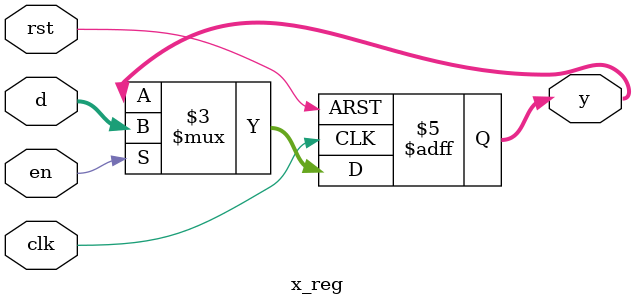
<source format=v>
module x_reg(d, en, clk, rst, y);
  input [31:0]d;
  input en, clk, rst;
  output reg [31:0]y = 32'b0;
  always @(posedge clk, posedge rst)begin
    if (rst) y <= 0;
    else if(en) y <= d;
  end
endmodule
</source>
